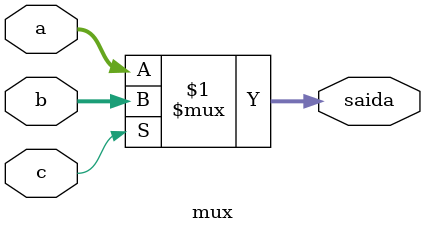
<source format=sv>
module mux(input logic [3:0] a, input logic [3:0] b, input logic c, output logic [3:0] saida);
    assign saida = c ? b : a;
endmodule
</source>
